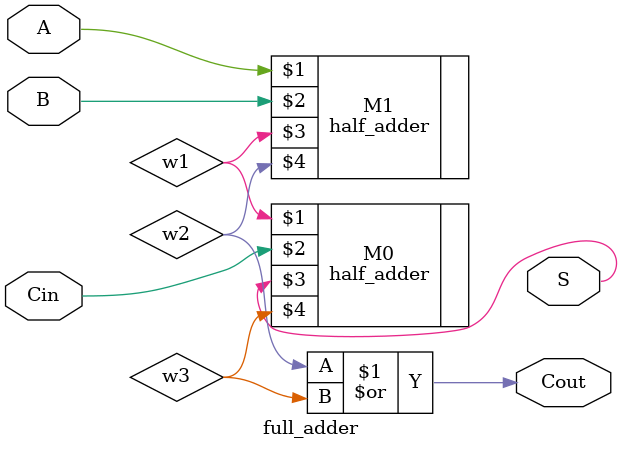
<source format=v>
module full_adder(											//module declaration
	input A,
	input B,
	input Cin,
	output S,
	output Cout
	);
	
	wire w1, w2, w3;											//inner cicuit wire declaration, w1 and w2 connect 2 half adder, w3 was used to calculate carry out
		
	half_adder M1(A, B, w1, w2);							//instanciation of half adder module 1
	half_adder M0(w1, Cin, S, w3);						//instanciation of half adder module 0
	
	or(Cout, w2, w3);											//logic for making carry out
	
endmodule														//module declaratino end

</source>
